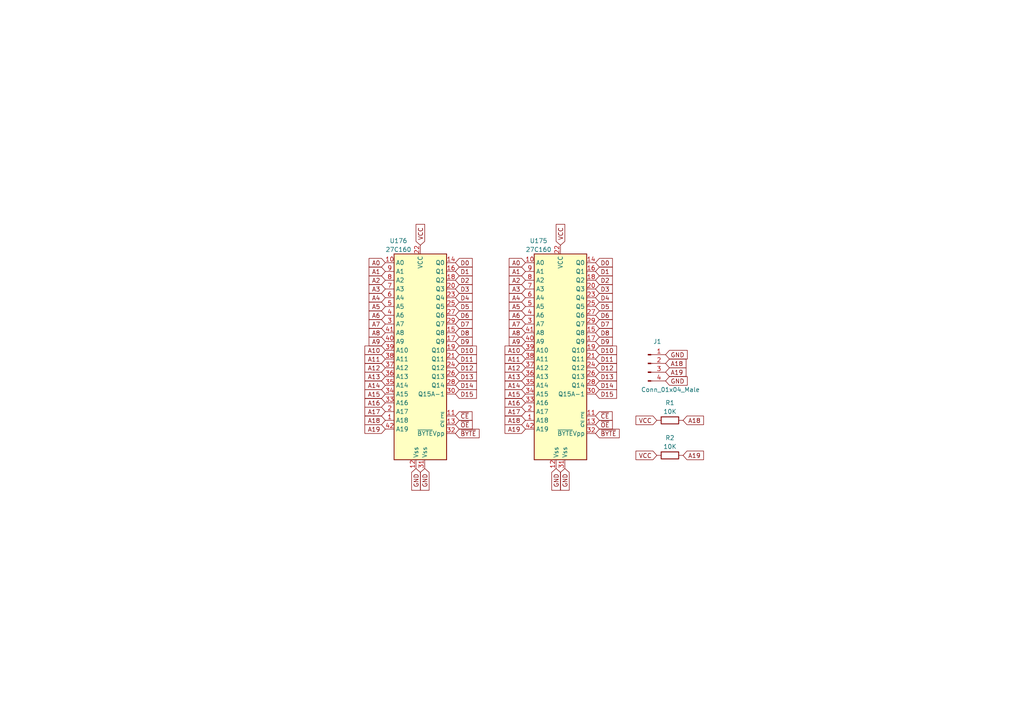
<source format=kicad_sch>
(kicad_sch (version 20210406) (generator eeschema)
  (paper "A4")
  (lib_symbols
    (symbol "Connector:Conn_01x04_Male" (pin_names (offset 1.016) hide)
      (property "Reference" "J" (at 0 5.08 0))
      (property "Value" "Conn_01x04_Male" (at 0 -7.62 0))
      (symbol "Conn_01x04_Male_1_1"
        (rectangle (start 0.8636 -4.953) (end 0 -5.207) (stroke (width 0.1524)) (fill (type outline)))
        (rectangle (start 0.8636 -2.413) (end 0 -2.667) (stroke (width 0.1524)) (fill (type outline)))
        (rectangle (start 0.8636 0.127) (end 0 -0.127) (stroke (width 0.1524)) (fill (type outline)))
        (rectangle (start 0.8636 2.667) (end 0 2.413) (stroke (width 0.1524)) (fill (type outline)))
        (polyline (pts (xy 1.27 -5.08) (xy 0.8636 -5.08)) (stroke (width 0.1524)))
        (polyline (pts (xy 1.27 -2.54) (xy 0.8636 -2.54)) (stroke (width 0.1524)))
        (polyline (pts (xy 1.27 0) (xy 0.8636 0)) (stroke (width 0.1524)))
        (polyline (pts (xy 1.27 2.54) (xy 0.8636 2.54)) (stroke (width 0.1524)))
        (pin passive line (at 5.08 2.54 180) (length 3.81) (name "Pin_1") (number "1"))
        (pin passive line (at 5.08 0 180) (length 3.81) (name "Pin_2") (number "2"))
        (pin passive line (at 5.08 -2.54 180) (length 3.81) (name "Pin_3") (number "3"))
        (pin passive line (at 5.08 -5.08 180) (length 3.81) (name "Pin_4") (number "4"))
      )
    )
    (symbol "Device:R" (pin_numbers hide) (pin_names (offset 0))
      (property "Reference" "R" (at 2.032 0 90))
      (property "Value" "R" (at 0 0 90))
      (symbol "R_0_1"
        (rectangle (start -1.016 -2.54) (end 1.016 2.54) (stroke (width 0.254)))
      )
      (symbol "R_1_1"
        (pin passive line (at 0 3.81 270) (length 1.27) (name "~") (number "1"))
        (pin passive line (at 0 -3.81 90) (length 1.27) (name "~") (number "2"))
      )
    )
    (symbol "EPROMs:27C160"
      (property "Reference" "U" (at -7.62 26.67 0))
      (property "Value" "27C160" (at 3.81 -36.83 0))
      (symbol "27C160_1_1"
        (rectangle (start -7.62 25.4) (end 7.62 -34.29) (stroke (width 0.254)) (fill (type background)))
        (pin input line (at -10.16 -22.86 0) (length 2.54) (name "A18") (number "1"))
        (pin input line (at -10.16 22.86 0) (length 2.54) (name "A0") (number "10"))
        (pin input line (at 10.16 -21.59 180) (length 2.54) (name "~E") (number "11"))
        (pin power_in line (at -1.27 -36.83 90) (length 2.54) (name "Vss") (number "12"))
        (pin input line (at 10.16 -24.13 180) (length 2.54) (name "~G") (number "13"))
        (pin tri_state line (at 10.16 22.86 180) (length 2.54) (name "Q0") (number "14"))
        (pin tri_state line (at 10.16 2.54 180) (length 2.54) (name "Q8") (number "15"))
        (pin tri_state line (at 10.16 20.32 180) (length 2.54) (name "Q1") (number "16"))
        (pin tri_state line (at 10.16 0 180) (length 2.54) (name "Q9") (number "17"))
        (pin tri_state line (at 10.16 17.78 180) (length 2.54) (name "Q2") (number "18"))
        (pin tri_state line (at 10.16 -2.54 180) (length 2.54) (name "Q10") (number "19"))
        (pin input line (at -10.16 -20.32 0) (length 2.54) (name "A17") (number "2"))
        (pin tri_state line (at 10.16 15.24 180) (length 2.54) (name "Q3") (number "20"))
        (pin tri_state line (at 10.16 -5.08 180) (length 2.54) (name "Q11") (number "21"))
        (pin power_in line (at 0 27.94 270) (length 2.54) (name "VCC") (number "22"))
        (pin tri_state line (at 10.16 12.7 180) (length 2.54) (name "Q4") (number "23"))
        (pin tri_state line (at 10.16 -7.62 180) (length 2.54) (name "Q12") (number "24"))
        (pin tri_state line (at 10.16 10.16 180) (length 2.54) (name "Q5") (number "25"))
        (pin tri_state line (at 10.16 -10.16 180) (length 2.54) (name "Q13") (number "26"))
        (pin tri_state line (at 10.16 7.62 180) (length 2.54) (name "Q6") (number "27"))
        (pin tri_state line (at 10.16 -12.7 180) (length 2.54) (name "Q14") (number "28"))
        (pin tri_state line (at 10.16 5.08 180) (length 2.54) (name "Q7") (number "29"))
        (pin input line (at -10.16 5.08 0) (length 2.54) (name "A7") (number "3"))
        (pin tri_state line (at 10.16 -15.24 180) (length 2.54) (name "Q15A-1") (number "30"))
        (pin power_in line (at 1.27 -36.83 90) (length 2.54) (name "Vss") (number "31"))
        (pin input line (at 10.16 -26.67 180) (length 2.54) (name "~BYTE~Vpp") (number "32"))
        (pin input line (at -10.16 -17.78 0) (length 2.54) (name "A16") (number "33"))
        (pin input line (at -10.16 -15.24 0) (length 2.54) (name "A15") (number "34"))
        (pin input line (at -10.16 -12.7 0) (length 2.54) (name "A14") (number "35"))
        (pin input line (at -10.16 -10.16 0) (length 2.54) (name "A13") (number "36"))
        (pin input line (at -10.16 -7.62 0) (length 2.54) (name "A12") (number "37"))
        (pin input line (at -10.16 -5.08 0) (length 2.54) (name "A11") (number "38"))
        (pin input line (at -10.16 -2.54 0) (length 2.54) (name "A10") (number "39"))
        (pin input line (at -10.16 7.62 0) (length 2.54) (name "A6") (number "4"))
        (pin input line (at -10.16 0 0) (length 2.54) (name "A9") (number "40"))
        (pin input line (at -10.16 2.54 0) (length 2.54) (name "A8") (number "41"))
        (pin input line (at -10.16 -25.4 0) (length 2.54) (name "A19") (number "42"))
        (pin input line (at -10.16 10.16 0) (length 2.54) (name "A5") (number "5"))
        (pin input line (at -10.16 12.7 0) (length 2.54) (name "A4") (number "6"))
        (pin input line (at -10.16 15.24 0) (length 2.54) (name "A3") (number "7"))
        (pin input line (at -10.16 17.78 0) (length 2.54) (name "A2") (number "8"))
        (pin input line (at -10.16 20.32 0) (length 2.54) (name "A1") (number "9"))
      )
    )
  )
  (global_label "A0" (shape input) (at 111.76 76.2 180) (property "Intersheet References" "${INTERSHEET_REFS}" (effects hide)))
  (global_label "A1" (shape input) (at 111.76 78.74 180) (property "Intersheet References" "${INTERSHEET_REFS}" (effects hide)))
  (global_label "A2" (shape input) (at 111.76 81.28 180) (property "Intersheet References" "${INTERSHEET_REFS}" (effects hide)))
  (global_label "A3" (shape input) (at 111.76 83.82 180) (property "Intersheet References" "${INTERSHEET_REFS}" (effects hide)))
  (global_label "A4" (shape input) (at 111.76 86.36 180) (property "Intersheet References" "${INTERSHEET_REFS}" (effects hide)))
  (global_label "A5" (shape input) (at 111.76 88.9 180) (property "Intersheet References" "${INTERSHEET_REFS}" (effects hide)))
  (global_label "A6" (shape input) (at 111.76 91.44 180) (property "Intersheet References" "${INTERSHEET_REFS}" (effects hide)))
  (global_label "A7" (shape input) (at 111.76 93.98 180) (property "Intersheet References" "${INTERSHEET_REFS}" (effects hide)))
  (global_label "A8" (shape input) (at 111.76 96.52 180) (property "Intersheet References" "${INTERSHEET_REFS}" (effects hide)))
  (global_label "A9" (shape input) (at 111.76 99.06 180) (property "Intersheet References" "${INTERSHEET_REFS}" (effects hide)))
  (global_label "A10" (shape input) (at 111.76 101.6 180) (property "Intersheet References" "${INTERSHEET_REFS}" (effects hide)))
  (global_label "A11" (shape input) (at 111.76 104.14 180) (property "Intersheet References" "${INTERSHEET_REFS}" (effects hide)))
  (global_label "A12" (shape input) (at 111.76 106.68 180) (property "Intersheet References" "${INTERSHEET_REFS}" (effects hide)))
  (global_label "A13" (shape input) (at 111.76 109.22 180) (property "Intersheet References" "${INTERSHEET_REFS}" (effects hide)))
  (global_label "A14" (shape input) (at 111.76 111.76 180) (property "Intersheet References" "${INTERSHEET_REFS}" (effects hide)))
  (global_label "A15" (shape input) (at 111.76 114.3 180) (property "Intersheet References" "${INTERSHEET_REFS}" (effects hide)))
  (global_label "A16" (shape input) (at 111.76 116.84 180) (property "Intersheet References" "${INTERSHEET_REFS}" (effects hide)))
  (global_label "A17" (shape input) (at 111.76 119.38 180) (property "Intersheet References" "${INTERSHEET_REFS}" (effects hide)))
  (global_label "A18" (shape input) (at 111.76 121.92 180) (property "Intersheet References" "${INTERSHEET_REFS}" (effects hide)))
  (global_label "A19" (shape input) (at 111.76 124.46 180) (property "Intersheet References" "${INTERSHEET_REFS}" (effects hide)))
  (global_label "GND" (shape input) (at 120.65 135.89 270) (property "Intersheet References" "${INTERSHEET_REFS}" (effects hide)))
  (global_label "VCC" (shape input) (at 121.92 71.12 90) (property "Intersheet References" "${INTERSHEET_REFS}" (effects hide)))
  (global_label "GND" (shape input) (at 123.19 135.89 270) (property "Intersheet References" "${INTERSHEET_REFS}" (effects hide)))
  (global_label "D0" (shape input) (at 132.08 76.2 0) (property "Intersheet References" "${INTERSHEET_REFS}" (effects hide)))
  (global_label "D1" (shape input) (at 132.08 78.74 0) (property "Intersheet References" "${INTERSHEET_REFS}" (effects hide)))
  (global_label "D2" (shape input) (at 132.08 81.28 0) (property "Intersheet References" "${INTERSHEET_REFS}" (effects hide)))
  (global_label "D3" (shape input) (at 132.08 83.82 0) (property "Intersheet References" "${INTERSHEET_REFS}" (effects hide)))
  (global_label "D4" (shape input) (at 132.08 86.36 0) (property "Intersheet References" "${INTERSHEET_REFS}" (effects hide)))
  (global_label "D5" (shape input) (at 132.08 88.9 0) (property "Intersheet References" "${INTERSHEET_REFS}" (effects hide)))
  (global_label "D6" (shape input) (at 132.08 91.44 0) (property "Intersheet References" "${INTERSHEET_REFS}" (effects hide)))
  (global_label "D7" (shape input) (at 132.08 93.98 0) (property "Intersheet References" "${INTERSHEET_REFS}" (effects hide)))
  (global_label "D8" (shape input) (at 132.08 96.52 0) (property "Intersheet References" "${INTERSHEET_REFS}" (effects hide)))
  (global_label "D9" (shape input) (at 132.08 99.06 0) (property "Intersheet References" "${INTERSHEET_REFS}" (effects hide)))
  (global_label "D10" (shape input) (at 132.08 101.6 0) (property "Intersheet References" "${INTERSHEET_REFS}" (effects hide)))
  (global_label "D11" (shape input) (at 132.08 104.14 0) (property "Intersheet References" "${INTERSHEET_REFS}" (effects hide)))
  (global_label "D12" (shape input) (at 132.08 106.68 0) (property "Intersheet References" "${INTERSHEET_REFS}" (effects hide)))
  (global_label "D13" (shape input) (at 132.08 109.22 0) (property "Intersheet References" "${INTERSHEET_REFS}" (effects hide)))
  (global_label "D14" (shape input) (at 132.08 111.76 0) (property "Intersheet References" "${INTERSHEET_REFS}" (effects hide)))
  (global_label "D15" (shape input) (at 132.08 114.3 0) (property "Intersheet References" "${INTERSHEET_REFS}" (effects hide)))
  (global_label "~CE" (shape input) (at 132.08 120.65 0) (property "Intersheet References" "${INTERSHEET_REFS}" (effects hide)))
  (global_label "~OE" (shape input) (at 132.08 123.19 0) (property "Intersheet References" "${INTERSHEET_REFS}" (effects hide)))
  (global_label "~BYTE" (shape input) (at 132.08 125.73 0) (property "Intersheet References" "${INTERSHEET_REFS}" (effects hide)))
  (global_label "A0" (shape input) (at 152.4 76.2 180) (property "Intersheet References" "${INTERSHEET_REFS}" (effects hide)))
  (global_label "A1" (shape input) (at 152.4 78.74 180) (property "Intersheet References" "${INTERSHEET_REFS}" (effects hide)))
  (global_label "A2" (shape input) (at 152.4 81.28 180) (property "Intersheet References" "${INTERSHEET_REFS}" (effects hide)))
  (global_label "A3" (shape input) (at 152.4 83.82 180) (property "Intersheet References" "${INTERSHEET_REFS}" (effects hide)))
  (global_label "A4" (shape input) (at 152.4 86.36 180) (property "Intersheet References" "${INTERSHEET_REFS}" (effects hide)))
  (global_label "A5" (shape input) (at 152.4 88.9 180) (property "Intersheet References" "${INTERSHEET_REFS}" (effects hide)))
  (global_label "A6" (shape input) (at 152.4 91.44 180) (property "Intersheet References" "${INTERSHEET_REFS}" (effects hide)))
  (global_label "A7" (shape input) (at 152.4 93.98 180) (property "Intersheet References" "${INTERSHEET_REFS}" (effects hide)))
  (global_label "A8" (shape input) (at 152.4 96.52 180) (property "Intersheet References" "${INTERSHEET_REFS}" (effects hide)))
  (global_label "A9" (shape input) (at 152.4 99.06 180) (property "Intersheet References" "${INTERSHEET_REFS}" (effects hide)))
  (global_label "A10" (shape input) (at 152.4 101.6 180) (property "Intersheet References" "${INTERSHEET_REFS}" (effects hide)))
  (global_label "A11" (shape input) (at 152.4 104.14 180) (property "Intersheet References" "${INTERSHEET_REFS}" (effects hide)))
  (global_label "A12" (shape input) (at 152.4 106.68 180) (property "Intersheet References" "${INTERSHEET_REFS}" (effects hide)))
  (global_label "A13" (shape input) (at 152.4 109.22 180) (property "Intersheet References" "${INTERSHEET_REFS}" (effects hide)))
  (global_label "A14" (shape input) (at 152.4 111.76 180) (property "Intersheet References" "${INTERSHEET_REFS}" (effects hide)))
  (global_label "A15" (shape input) (at 152.4 114.3 180) (property "Intersheet References" "${INTERSHEET_REFS}" (effects hide)))
  (global_label "A16" (shape input) (at 152.4 116.84 180) (property "Intersheet References" "${INTERSHEET_REFS}" (effects hide)))
  (global_label "A17" (shape input) (at 152.4 119.38 180) (property "Intersheet References" "${INTERSHEET_REFS}" (effects hide)))
  (global_label "A18" (shape input) (at 152.4 121.92 180) (property "Intersheet References" "${INTERSHEET_REFS}" (effects hide)))
  (global_label "A19" (shape input) (at 152.4 124.46 180) (property "Intersheet References" "${INTERSHEET_REFS}" (effects hide)))
  (global_label "GND" (shape input) (at 161.29 135.89 270) (property "Intersheet References" "${INTERSHEET_REFS}" (effects hide)))
  (global_label "VCC" (shape input) (at 162.56 71.12 90) (property "Intersheet References" "${INTERSHEET_REFS}" (effects hide)))
  (global_label "GND" (shape input) (at 163.83 135.89 270) (property "Intersheet References" "${INTERSHEET_REFS}" (effects hide)))
  (global_label "D0" (shape input) (at 172.72 76.2 0) (property "Intersheet References" "${INTERSHEET_REFS}" (effects hide)))
  (global_label "D1" (shape input) (at 172.72 78.74 0) (property "Intersheet References" "${INTERSHEET_REFS}" (effects hide)))
  (global_label "D2" (shape input) (at 172.72 81.28 0) (property "Intersheet References" "${INTERSHEET_REFS}" (effects hide)))
  (global_label "D3" (shape input) (at 172.72 83.82 0) (property "Intersheet References" "${INTERSHEET_REFS}" (effects hide)))
  (global_label "D4" (shape input) (at 172.72 86.36 0) (property "Intersheet References" "${INTERSHEET_REFS}" (effects hide)))
  (global_label "D5" (shape input) (at 172.72 88.9 0) (property "Intersheet References" "${INTERSHEET_REFS}" (effects hide)))
  (global_label "D6" (shape input) (at 172.72 91.44 0) (property "Intersheet References" "${INTERSHEET_REFS}" (effects hide)))
  (global_label "D7" (shape input) (at 172.72 93.98 0) (property "Intersheet References" "${INTERSHEET_REFS}" (effects hide)))
  (global_label "D8" (shape input) (at 172.72 96.52 0) (property "Intersheet References" "${INTERSHEET_REFS}" (effects hide)))
  (global_label "D9" (shape input) (at 172.72 99.06 0) (property "Intersheet References" "${INTERSHEET_REFS}" (effects hide)))
  (global_label "D10" (shape input) (at 172.72 101.6 0) (property "Intersheet References" "${INTERSHEET_REFS}" (effects hide)))
  (global_label "D11" (shape input) (at 172.72 104.14 0) (property "Intersheet References" "${INTERSHEET_REFS}" (effects hide)))
  (global_label "D12" (shape input) (at 172.72 106.68 0) (property "Intersheet References" "${INTERSHEET_REFS}" (effects hide)))
  (global_label "D13" (shape input) (at 172.72 109.22 0) (property "Intersheet References" "${INTERSHEET_REFS}" (effects hide)))
  (global_label "D14" (shape input) (at 172.72 111.76 0) (property "Intersheet References" "${INTERSHEET_REFS}" (effects hide)))
  (global_label "D15" (shape input) (at 172.72 114.3 0) (property "Intersheet References" "${INTERSHEET_REFS}" (effects hide)))
  (global_label "~CE" (shape input) (at 172.72 120.65 0) (property "Intersheet References" "${INTERSHEET_REFS}" (effects hide)))
  (global_label "~OE" (shape input) (at 172.72 123.19 0) (property "Intersheet References" "${INTERSHEET_REFS}" (effects hide)))
  (global_label "~BYTE" (shape input) (at 172.72 125.73 0) (property "Intersheet References" "${INTERSHEET_REFS}" (effects hide)))
  (global_label "VCC" (shape input) (at 190.5 121.92 180) (property "Intersheet References" "${INTERSHEET_REFS}" (effects hide)))
  (global_label "VCC" (shape input) (at 190.5 132.08 180) (property "Intersheet References" "${INTERSHEET_REFS}" (effects hide)))
  (global_label "GND" (shape input) (at 193.04 102.87 0) (property "Intersheet References" "${INTERSHEET_REFS}" (effects hide)))
  (global_label "A18" (shape input) (at 193.04 105.41 0) (property "Intersheet References" "${INTERSHEET_REFS}" (effects hide)))
  (global_label "A19" (shape input) (at 193.04 107.95 0) (property "Intersheet References" "${INTERSHEET_REFS}" (effects hide)))
  (global_label "GND" (shape input) (at 193.04 110.49 0) (property "Intersheet References" "${INTERSHEET_REFS}" (effects hide)))
  (global_label "A18" (shape input) (at 198.12 121.92 0) (property "Intersheet References" "${INTERSHEET_REFS}" (effects hide)))
  (global_label "A19" (shape input) (at 198.12 132.08 0) (property "Intersheet References" "${INTERSHEET_REFS}" (effects hide)))
  (symbol (lib_id "Device:R") (at 194.31 121.92 90) (unit 1)
    (property "Reference" "R1" (at 194.31 116.84 90))
    (property "Value" "10K" (at 194.31 119.38 90))
    (property "Footprint" "Resistor_SMD:R_0805_2012Metric_Pad1.20x1.40mm_HandSolder" (effects hide))
  )
  (symbol (lib_id "Device:R") (at 194.31 132.08 90) (unit 1)
    (property "Reference" "R2" (at 194.31 127 90))
    (property "Value" "10K" (at 194.31 129.54 90))
    (property "Footprint" "Resistor_SMD:R_0805_2012Metric_Pad1.20x1.40mm_HandSolder" (effects hide))
  )
  (symbol (lib_id "Connector:Conn_01x04_Male") (at 187.96 105.41 0) (unit 1)
    (property "Reference" "J1" (at 190.6524 99.06 0))
    (property "Value" "Conn_01x04_Male" (at 194.4624 113.03 0))
    (property "Footprint" "Connector_PinHeader_2.54mm:PinHeader_1x04_P2.54mm_Vertical" (effects hide))
  )
  (symbol (lib_id "EPROMs:27C160") (at 121.92 99.06 0) (unit 1)
    (property "Reference" "U176" (at 115.57 69.85 0))
    (property "Value" "27C160" (at 115.57 72.39 0))
    (property "Footprint" "Package_DIP:DIP-42_W15.24mm" (effects hide))
  )
  (symbol (lib_id "EPROMs:27C160") (at 162.56 99.06 0) (unit 1)
    (property "Reference" "U175" (at 156.21 69.85 0))
    (property "Value" "27C160" (at 156.21 72.39 0))
    (property "Footprint" "Package_DIP:DIP-42_W15.24mm" (effects hide))
  )
)
</source>
